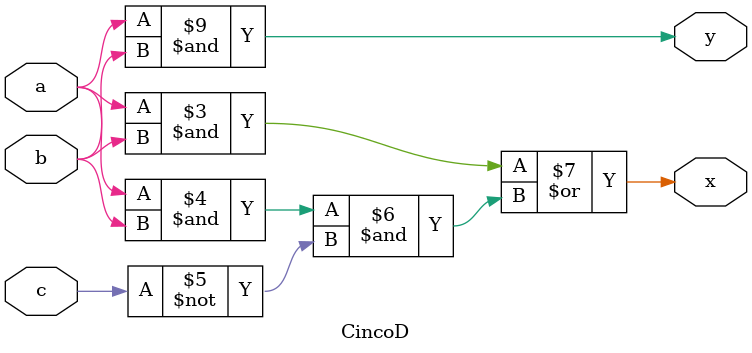
<source format=v>
module CincoD (
    input wire a,
    input wire b,
    input wire c,
    output wire x,
    output wire y
);
    
assign x = (a | ~a) & (a & b | a & b & ~c);
assign y = (a & b);

endmodule
</source>
